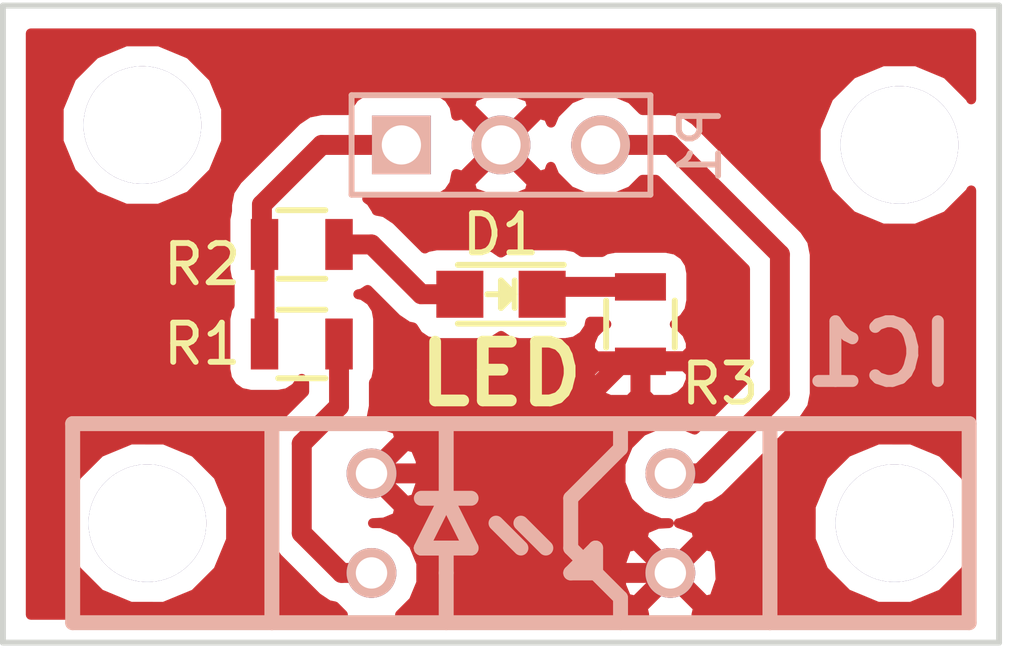
<source format=kicad_pcb>
(kicad_pcb (version 4) (host pcbnew 4.0.1-stable)

  (general
    (links 9)
    (no_connects 0)
    (area 136.576999 100.508999 162.127001 116.915001)
    (thickness 1.6)
    (drawings 5)
    (tracks 34)
    (zones 0)
    (modules 10)
    (nets 11)
  )

  (page A4)
  (layers
    (0 F.Cu signal)
    (31 B.Cu signal)
    (32 B.Adhes user)
    (33 F.Adhes user)
    (34 B.Paste user)
    (35 F.Paste user)
    (36 B.SilkS user)
    (37 F.SilkS user)
    (38 B.Mask user)
    (39 F.Mask user)
    (40 Dwgs.User user)
    (41 Cmts.User user)
    (42 Eco1.User user)
    (43 Eco2.User user)
    (44 Edge.Cuts user)
    (45 Margin user)
    (46 B.CrtYd user)
    (47 F.CrtYd user)
    (48 B.Fab user)
    (49 F.Fab user)
  )

  (setup
    (last_trace_width 0.508)
    (user_trace_width 0.381)
    (user_trace_width 0.508)
    (trace_clearance 0.2)
    (zone_clearance 0.508)
    (zone_45_only no)
    (trace_min 0.2)
    (segment_width 0.2)
    (edge_width 0.15)
    (via_size 0.6)
    (via_drill 0.4)
    (via_min_size 0.4)
    (via_min_drill 0.3)
    (user_via 1.016 0.762)
    (uvia_size 0.3)
    (uvia_drill 0.1)
    (uvias_allowed no)
    (uvia_min_size 0.2)
    (uvia_min_drill 0.1)
    (pcb_text_width 0.3)
    (pcb_text_size 1.5 1.5)
    (mod_edge_width 0.15)
    (mod_text_size 0.000001 0.000001)
    (mod_text_width 0.15)
    (pad_size 1.4 1.4)
    (pad_drill 0.6)
    (pad_to_mask_clearance 0.2)
    (aux_axis_origin 0 0)
    (visible_elements FFFFFF7F)
    (pcbplotparams
      (layerselection 0x00030_80000001)
      (usegerberextensions false)
      (excludeedgelayer true)
      (linewidth 0.100000)
      (plotframeref false)
      (viasonmask false)
      (mode 1)
      (useauxorigin false)
      (hpglpennumber 1)
      (hpglpenspeed 20)
      (hpglpendiameter 15)
      (hpglpenoverlay 2)
      (psnegative false)
      (psa4output false)
      (plotreference true)
      (plotvalue true)
      (plotinvisibletext false)
      (padsonsilk false)
      (subtractmaskfromsilk false)
      (outputformat 1)
      (mirror false)
      (drillshape 1)
      (scaleselection 1)
      (outputdirectory ""))
  )

  (net 0 "")
  (net 1 "Net-(D1-Pad2)")
  (net 2 "Net-(D1-Pad1)")
  (net 3 /GND)
  (net 4 /Sig)
  (net 5 "Net-(IC1-PadA/+)")
  (net 6 /Vcc)
  (net 7 "Net-(W1-Pad1)")
  (net 8 "Net-(W2-Pad1)")
  (net 9 "Net-(W3-Pad1)")
  (net 10 "Net-(W4-Pad1)")

  (net_class Default "This is the default net class."
    (clearance 0.2)
    (trace_width 0.25)
    (via_dia 0.6)
    (via_drill 0.4)
    (uvia_dia 0.3)
    (uvia_drill 0.1)
    (add_net /GND)
    (add_net /Sig)
    (add_net /Vcc)
    (add_net "Net-(D1-Pad1)")
    (add_net "Net-(D1-Pad2)")
    (add_net "Net-(IC1-PadA/+)")
    (add_net "Net-(W1-Pad1)")
    (add_net "Net-(W2-Pad1)")
    (add_net "Net-(W3-Pad1)")
    (add_net "Net-(W4-Pad1)")
  )

  (module LEDs:LED_0805 (layer F.Cu) (tedit 56F83955) (tstamp 56F6E8DD)
    (at 149.352 107.95 180)
    (descr "LED 0805 smd package")
    (tags "LED 0805 SMD")
    (path /56F4CBBD)
    (attr smd)
    (fp_text reference D1 (at 0 1.524 180) (layer F.SilkS)
      (effects (font (size 1 1) (thickness 0.15)))
    )
    (fp_text value LED (at 0 1.75 180) (layer F.Fab) hide
      (effects (font (size 1 1) (thickness 0.15)))
    )
    (fp_line (start -1.6 0.75) (end 1.1 0.75) (layer F.SilkS) (width 0.15))
    (fp_line (start -1.6 -0.75) (end 1.1 -0.75) (layer F.SilkS) (width 0.15))
    (fp_line (start -0.1 0.15) (end -0.1 -0.1) (layer F.SilkS) (width 0.15))
    (fp_line (start -0.1 -0.1) (end -0.25 0.05) (layer F.SilkS) (width 0.15))
    (fp_line (start -0.35 -0.35) (end -0.35 0.35) (layer F.SilkS) (width 0.15))
    (fp_line (start 0 0) (end 0.35 0) (layer F.SilkS) (width 0.15))
    (fp_line (start -0.35 0) (end 0 -0.35) (layer F.SilkS) (width 0.15))
    (fp_line (start 0 -0.35) (end 0 0.35) (layer F.SilkS) (width 0.15))
    (fp_line (start 0 0.35) (end -0.35 0) (layer F.SilkS) (width 0.15))
    (fp_line (start 1.9 -0.95) (end 1.9 0.95) (layer F.CrtYd) (width 0.05))
    (fp_line (start 1.9 0.95) (end -1.9 0.95) (layer F.CrtYd) (width 0.05))
    (fp_line (start -1.9 0.95) (end -1.9 -0.95) (layer F.CrtYd) (width 0.05))
    (fp_line (start -1.9 -0.95) (end 1.9 -0.95) (layer F.CrtYd) (width 0.05))
    (pad 2 smd rect (at 1.04902 0) (size 1.19888 1.19888) (layers F.Cu F.Paste F.Mask)
      (net 1 "Net-(D1-Pad2)"))
    (pad 1 smd rect (at -1.04902 0) (size 1.19888 1.19888) (layers F.Cu F.Paste F.Mask)
      (net 2 "Net-(D1-Pad1)"))
    (model LEDs.3dshapes/LED_0805.wrl
      (at (xyz 0 0 0))
      (scale (xyz 1 1 1))
      (rotate (xyz 0 0 0))
    )
  )

  (module optoendstops:TCST1103-2103 (layer B.Cu) (tedit 56F83A06) (tstamp 56F6E909)
    (at 149.86 113.792)
    (descr Optoendstops)
    (path /56F4CBEF)
    (fp_text reference IC1 (at 9.144 -4.318) (layer B.SilkS)
      (effects (font (thickness 0.3048)) (justify mirror))
    )
    (fp_text value OPTO-ENDSTOP (at 0 -6.35) (layer B.SilkS) hide
      (effects (font (thickness 0.3048)) (justify mirror))
    )
    (fp_line (start 2.54 1.905) (end 2.54 2.54) (layer B.SilkS) (width 0.381))
    (fp_line (start 1.905 1.27) (end 1.27 1.27) (layer B.SilkS) (width 0.381))
    (fp_line (start 1.27 1.27) (end 1.905 0.635) (layer B.SilkS) (width 0.381))
    (fp_line (start 1.905 0.635) (end 1.905 1.27) (layer B.SilkS) (width 0.381))
    (fp_line (start 0 0) (end 0.635 0.635) (layer B.SilkS) (width 0.381))
    (fp_line (start -0.635 0) (end 0 0.635) (layer B.SilkS) (width 0.381))
    (fp_line (start -2.54 -0.635) (end -1.27 -0.635) (layer B.SilkS) (width 0.381))
    (fp_line (start -1.905 2.54) (end -1.905 1.27) (layer B.SilkS) (width 0.381))
    (fp_line (start -1.905 1.27) (end -1.905 0.635) (layer B.SilkS) (width 0.381))
    (fp_line (start -1.905 0.635) (end -2.54 0.635) (layer B.SilkS) (width 0.381))
    (fp_line (start -2.54 0.635) (end -1.27 0.635) (layer B.SilkS) (width 0.381))
    (fp_line (start -1.27 0.635) (end -1.905 -0.635) (layer B.SilkS) (width 0.381))
    (fp_line (start -1.905 -0.635) (end -2.54 0.635) (layer B.SilkS) (width 0.381))
    (fp_line (start -2.54 0.635) (end -1.905 -0.635) (layer B.SilkS) (width 0.381))
    (fp_line (start -1.905 -0.635) (end -1.905 -2.54) (layer B.SilkS) (width 0.381))
    (fp_line (start 2.54 -2.54) (end 2.54 -1.905) (layer B.SilkS) (width 0.381))
    (fp_line (start 2.54 -1.905) (end 1.905 -1.27) (layer B.SilkS) (width 0.381))
    (fp_line (start 1.905 -1.27) (end 1.27 -0.635) (layer B.SilkS) (width 0.381))
    (fp_line (start 1.27 -0.635) (end 1.27 0.635) (layer B.SilkS) (width 0.381))
    (fp_line (start 1.27 0.635) (end 2.54 1.905) (layer B.SilkS) (width 0.381))
    (fp_line (start 6.35 2.54) (end 11.43 2.54) (layer B.SilkS) (width 0.381))
    (fp_line (start 11.43 2.54) (end 11.43 -2.54) (layer B.SilkS) (width 0.381))
    (fp_line (start 11.43 -2.54) (end 6.35 -2.54) (layer B.SilkS) (width 0.381))
    (fp_line (start -11.43 2.54) (end -6.35 2.54) (layer B.SilkS) (width 0.381))
    (fp_line (start -11.43 2.54) (end -11.43 -2.54) (layer B.SilkS) (width 0.381))
    (fp_line (start -11.43 -2.54) (end -6.35 -2.54) (layer B.SilkS) (width 0.381))
    (fp_circle (center -9.525 0) (end -9.525 -1.27) (layer B.SilkS) (width 0.381))
    (fp_circle (center 9.525 0) (end 9.525 -1.27) (layer B.SilkS) (width 0.381))
    (fp_line (start -6.35 2.54) (end 6.35 2.54) (layer B.SilkS) (width 0.381))
    (fp_line (start 6.35 2.54) (end 6.35 -2.54) (layer B.SilkS) (width 0.381))
    (fp_line (start 6.35 -2.54) (end -6.35 -2.54) (layer B.SilkS) (width 0.381))
    (fp_line (start -6.35 -2.54) (end -6.35 2.54) (layer B.SilkS) (width 0.381))
    (fp_text user A-diode (at -3.81 3.81) (layer B.SilkS) hide
      (effects (font (size 0.50038 0.50038) (thickness 0.09906)) (justify mirror))
    )
    (fp_text user K_diode (at -3.81 -3.81) (layer B.SilkS) hide
      (effects (font (size 0.50038 0.50038) (thickness 0.09906)) (justify mirror))
    )
    (fp_text user E_rcv (at 3.81 3.81) (layer B.SilkS) hide
      (effects (font (size 0.50038 0.50038) (thickness 0.09906)) (justify mirror))
    )
    (fp_text user C_rcv (at 3.81 -3.81) (layer B.SilkS) hide
      (effects (font (size 0.50038 0.50038) (thickness 0.09906)) (justify mirror))
    )
    (pad E/D thru_hole circle (at 3.81 1.27) (size 1.27 1.27) (drill 0.8) (layers *.Cu *.Mask B.SilkS)
      (net 3 /GND))
    (pad C/+ thru_hole circle (at 3.81 -1.27) (size 1.27 1.27) (drill 0.8) (layers *.Cu *.Mask B.SilkS)
      (net 4 /Sig))
    (pad K/E thru_hole circle (at -3.81 -1.27) (size 1.27 1.27) (drill 0.8) (layers *.Cu *.Mask B.SilkS)
      (net 3 /GND))
    (pad A/+ thru_hole circle (at -3.81 1.27) (size 1.27 1.27) (drill 0.8) (layers *.Cu *.Mask B.SilkS)
      (net 5 "Net-(IC1-PadA/+)"))
    (model Custom.3dshapes/tcst2103.wrl
      (at (xyz 0 0 0))
      (scale (xyz 0.4 0.4 0.4))
      (rotate (xyz 0 0 0))
    )
  )

  (module RMC_pcb_header:pin_header_2.54mm_1x3 (layer B.Cu) (tedit 56F6E93E) (tstamp 56F6E914)
    (at 149.352 104.14)
    (path /56F4CC2F)
    (fp_text reference P1 (at 5.08 0 270) (layer B.SilkS)
      (effects (font (size 1 1) (thickness 0.15)) (justify mirror))
    )
    (fp_text value CONN_01X03 (at 0 2.54) (layer B.SilkS) hide
      (effects (font (size 1 1) (thickness 0.15)) (justify mirror))
    )
    (fp_line (start 3.81 1.27) (end -3.81 1.27) (layer B.SilkS) (width 0.15))
    (fp_line (start -3.81 1.27) (end -3.81 -1.27) (layer B.SilkS) (width 0.15))
    (fp_line (start -3.81 -1.27) (end 3.81 -1.27) (layer B.SilkS) (width 0.15))
    (fp_line (start 3.81 -1.27) (end 3.81 1.27) (layer B.SilkS) (width 0.15))
    (pad 1 thru_hole rect (at -2.54 0) (size 1.5 1.5) (drill 1) (layers *.Cu *.Mask B.SilkS)
      (net 6 /Vcc))
    (pad 2 thru_hole circle (at 0 0) (size 1.5 1.5) (drill 1) (layers *.Cu *.Mask B.SilkS)
      (net 3 /GND))
    (pad 3 thru_hole circle (at 2.54 0) (size 1.5 1.5) (drill 1) (layers *.Cu *.Mask B.SilkS)
      (net 4 /Sig))
    (model Pin_Headers.3dshapes/Pin_Header_Straight_1x03.wrl
      (at (xyz 0 0 0))
      (scale (xyz 1 1 1))
      (rotate (xyz 0 0 0))
    )
  )

  (module Resistors_SMD:R_0805 (layer F.Cu) (tedit 56F6E923) (tstamp 56F6E920)
    (at 144.272 109.22)
    (descr "Resistor SMD 0805, reflow soldering, Vishay (see dcrcw.pdf)")
    (tags "resistor 0805")
    (path /56F4CB8C)
    (attr smd)
    (fp_text reference R1 (at -2.54 0) (layer F.SilkS)
      (effects (font (size 1 1) (thickness 0.15)))
    )
    (fp_text value 180R (at 0 2.1) (layer F.Fab) hide
      (effects (font (size 1 1) (thickness 0.15)))
    )
    (fp_line (start -1.6 -1) (end 1.6 -1) (layer F.CrtYd) (width 0.05))
    (fp_line (start -1.6 1) (end 1.6 1) (layer F.CrtYd) (width 0.05))
    (fp_line (start -1.6 -1) (end -1.6 1) (layer F.CrtYd) (width 0.05))
    (fp_line (start 1.6 -1) (end 1.6 1) (layer F.CrtYd) (width 0.05))
    (fp_line (start 0.6 0.875) (end -0.6 0.875) (layer F.SilkS) (width 0.15))
    (fp_line (start -0.6 -0.875) (end 0.6 -0.875) (layer F.SilkS) (width 0.15))
    (pad 1 smd rect (at -0.95 0) (size 0.7 1.3) (layers F.Cu F.Paste F.Mask)
      (net 6 /Vcc))
    (pad 2 smd rect (at 0.95 0) (size 0.7 1.3) (layers F.Cu F.Paste F.Mask)
      (net 5 "Net-(IC1-PadA/+)"))
    (model Resistors_SMD.3dshapes/R_0805.wrl
      (at (xyz 0 0 0))
      (scale (xyz 1 1 1))
      (rotate (xyz 0 0 0))
    )
  )

  (module Resistors_SMD:R_0805 (layer F.Cu) (tedit 56F83A11) (tstamp 56F6E92C)
    (at 144.272 106.68)
    (descr "Resistor SMD 0805, reflow soldering, Vishay (see dcrcw.pdf)")
    (tags "resistor 0805")
    (path /56F4CB5F)
    (attr smd)
    (fp_text reference R2 (at -2.54 0.508) (layer F.SilkS)
      (effects (font (size 1 1) (thickness 0.15)))
    )
    (fp_text value 1K (at 0 2.1) (layer F.Fab) hide
      (effects (font (size 1 1) (thickness 0.15)))
    )
    (fp_line (start -1.6 -1) (end 1.6 -1) (layer F.CrtYd) (width 0.05))
    (fp_line (start -1.6 1) (end 1.6 1) (layer F.CrtYd) (width 0.05))
    (fp_line (start -1.6 -1) (end -1.6 1) (layer F.CrtYd) (width 0.05))
    (fp_line (start 1.6 -1) (end 1.6 1) (layer F.CrtYd) (width 0.05))
    (fp_line (start 0.6 0.875) (end -0.6 0.875) (layer F.SilkS) (width 0.15))
    (fp_line (start -0.6 -0.875) (end 0.6 -0.875) (layer F.SilkS) (width 0.15))
    (pad 1 smd rect (at -0.95 0) (size 0.7 1.3) (layers F.Cu F.Paste F.Mask)
      (net 6 /Vcc))
    (pad 2 smd rect (at 0.95 0) (size 0.7 1.3) (layers F.Cu F.Paste F.Mask)
      (net 1 "Net-(D1-Pad2)"))
    (model Resistors_SMD.3dshapes/R_0805.wrl
      (at (xyz 0 0 0))
      (scale (xyz 1 1 1))
      (rotate (xyz 0 0 0))
    )
  )

  (module Resistors_SMD:R_0805 (layer F.Cu) (tedit 56F839A8) (tstamp 56F6E938)
    (at 152.908 108.712 90)
    (descr "Resistor SMD 0805, reflow soldering, Vishay (see dcrcw.pdf)")
    (tags "resistor 0805")
    (path /56F4CB27)
    (attr smd)
    (fp_text reference R3 (at -1.524 2.032 180) (layer F.SilkS)
      (effects (font (size 1 1) (thickness 0.15)))
    )
    (fp_text value 2.2K (at 0 2.1 90) (layer F.Fab) hide
      (effects (font (size 1 1) (thickness 0.15)))
    )
    (fp_line (start -1.6 -1) (end 1.6 -1) (layer F.CrtYd) (width 0.05))
    (fp_line (start -1.6 1) (end 1.6 1) (layer F.CrtYd) (width 0.05))
    (fp_line (start -1.6 -1) (end -1.6 1) (layer F.CrtYd) (width 0.05))
    (fp_line (start 1.6 -1) (end 1.6 1) (layer F.CrtYd) (width 0.05))
    (fp_line (start 0.6 0.875) (end -0.6 0.875) (layer F.SilkS) (width 0.15))
    (fp_line (start -0.6 -0.875) (end 0.6 -0.875) (layer F.SilkS) (width 0.15))
    (pad 1 smd rect (at -0.95 0 90) (size 0.7 1.3) (layers F.Cu F.Paste F.Mask)
      (net 3 /GND))
    (pad 2 smd rect (at 0.95 0 90) (size 0.7 1.3) (layers F.Cu F.Paste F.Mask)
      (net 2 "Net-(D1-Pad1)"))
    (model Resistors_SMD.3dshapes/R_0805.wrl
      (at (xyz 0 0 0))
      (scale (xyz 1 1 1))
      (rotate (xyz 0 0 0))
    )
  )

  (module Mounting_Holes:MountingHole_3mm (layer F.Cu) (tedit 56F6E8D3) (tstamp 56F6E93E)
    (at 140.335 113.792)
    (descr "Mounting hole, Befestigungsbohrung, 3mm, No Annular, Kein Restring,")
    (tags "Mounting hole, Befestigungsbohrung, 3mm, No Annular, Kein Restring,")
    (path /56F4CCAB)
    (fp_text reference W1 (at 0 -4.0005) (layer F.SilkS) hide
      (effects (font (size 1 1) (thickness 0.15)))
    )
    (fp_text value TEST_1P (at 1.00076 5.00126) (layer F.Fab) hide
      (effects (font (size 1 1) (thickness 0.15)))
    )
    (fp_circle (center 0 0) (end 3 0) (layer Cmts.User) (width 0.381))
    (pad 1 thru_hole circle (at 0 0) (size 3 3) (drill 3) (layers)
      (net 7 "Net-(W1-Pad1)"))
  )

  (module Mounting_Holes:MountingHole_3mm (layer F.Cu) (tedit 56F6E8E1) (tstamp 56F6E944)
    (at 159.385 113.792)
    (descr "Mounting hole, Befestigungsbohrung, 3mm, No Annular, Kein Restring,")
    (tags "Mounting hole, Befestigungsbohrung, 3mm, No Annular, Kein Restring,")
    (path /56F4CC6C)
    (fp_text reference W2 (at 0 -4.0005) (layer F.SilkS) hide
      (effects (font (size 1 1) (thickness 0.15)))
    )
    (fp_text value TEST_1P (at 1.00076 5.00126) (layer F.Fab) hide
      (effects (font (size 1 1) (thickness 0.15)))
    )
    (fp_circle (center 0 0) (end 3 0) (layer Cmts.User) (width 0.381))
    (pad 1 thru_hole circle (at 0 0) (size 3 3) (drill 3) (layers)
      (net 8 "Net-(W2-Pad1)"))
  )

  (module Mounting_Holes:MountingHole_3mm (layer F.Cu) (tedit 56F6E8E6) (tstamp 56F6E94A)
    (at 159.512 104.14)
    (descr "Mounting hole, Befestigungsbohrung, 3mm, No Annular, Kein Restring,")
    (tags "Mounting hole, Befestigungsbohrung, 3mm, No Annular, Kein Restring,")
    (path /56F4D2CB)
    (fp_text reference W3 (at 0 -4.0005) (layer F.SilkS) hide
      (effects (font (size 1 1) (thickness 0.15)))
    )
    (fp_text value TEST_1P (at 1.00076 5.00126) (layer F.Fab) hide
      (effects (font (size 1 1) (thickness 0.15)))
    )
    (fp_circle (center 0 0) (end 3 0) (layer Cmts.User) (width 0.381))
    (pad 1 thru_hole circle (at 0 0) (size 3 3) (drill 3) (layers)
      (net 9 "Net-(W3-Pad1)"))
  )

  (module Mounting_Holes:MountingHole_3mm (layer F.Cu) (tedit 56F6E8EA) (tstamp 56F6E950)
    (at 140.208 103.632)
    (descr "Mounting hole, Befestigungsbohrung, 3mm, No Annular, Kein Restring,")
    (tags "Mounting hole, Befestigungsbohrung, 3mm, No Annular, Kein Restring,")
    (path /56F4D308)
    (fp_text reference W4 (at 0 -4.0005) (layer F.SilkS) hide
      (effects (font (size 1 1) (thickness 0.15)))
    )
    (fp_text value TEST_1P (at 1.00076 5.00126) (layer F.Fab) hide
      (effects (font (size 1 1) (thickness 0.15)))
    )
    (fp_circle (center 0 0) (end 3 0) (layer Cmts.User) (width 0.381))
    (pad 1 thru_hole circle (at 0 0) (size 3 3) (drill 3) (layers)
      (net 10 "Net-(W4-Pad1)"))
  )

  (gr_text LED (at 149.352 109.982) (layer F.SilkS)
    (effects (font (size 1.5 1.5) (thickness 0.3)))
  )
  (gr_line (start 136.652 116.84) (end 136.652 100.584) (angle 90) (layer Edge.Cuts) (width 0.15))
  (gr_line (start 162.052 116.84) (end 136.652 116.84) (angle 90) (layer Edge.Cuts) (width 0.15))
  (gr_line (start 162.052 100.584) (end 162.052 116.84) (angle 90) (layer Edge.Cuts) (width 0.15))
  (gr_line (start 136.652 100.584) (end 162.052 100.584) (angle 90) (layer Edge.Cuts) (width 0.15))

  (segment (start 145.222 106.68) (end 146.05 106.68) (width 0.508) (layer F.Cu) (net 1) (status 400000))
  (segment (start 147.32 107.95) (end 148.30298 107.95) (width 0.508) (layer F.Cu) (net 1) (tstamp 56F839DF) (status 800000))
  (segment (start 146.05 106.68) (end 147.32 107.95) (width 0.508) (layer F.Cu) (net 1) (tstamp 56F839DE))
  (segment (start 152.908 107.762) (end 150.58902 107.762) (width 0.508) (layer F.Cu) (net 2) (status C00000))
  (segment (start 150.58902 107.762) (end 150.40102 107.95) (width 0.508) (layer F.Cu) (net 2) (tstamp 56F839C5) (status C00000))
  (segment (start 150.65502 107.696) (end 150.40102 107.95) (width 0.508) (layer F.Cu) (net 2) (tstamp 56F8399A))
  (segment (start 152.908 109.662) (end 152.466 109.662) (width 0.508) (layer F.Cu) (net 3) (status C00000))
  (segment (start 152.466 109.662) (end 149.86 112.268) (width 0.508) (layer F.Cu) (net 3) (tstamp 56F839D7) (status 400000))
  (segment (start 149.86 112.268) (end 149.86 114.554) (width 0.508) (layer F.Cu) (net 3) (tstamp 56F839D8))
  (segment (start 152.908 109.662) (end 154.244 109.662) (width 0.508) (layer F.Cu) (net 3) (status 400000))
  (segment (start 151.13 105.918) (end 149.352 104.14) (width 0.508) (layer F.Cu) (net 3) (tstamp 56F839D4) (status 800000))
  (segment (start 153.416 105.918) (end 151.13 105.918) (width 0.508) (layer F.Cu) (net 3) (tstamp 56F839D3))
  (segment (start 154.686 107.188) (end 153.416 105.918) (width 0.508) (layer F.Cu) (net 3) (tstamp 56F839D2))
  (segment (start 154.686 109.22) (end 154.686 107.188) (width 0.508) (layer F.Cu) (net 3) (tstamp 56F839D1))
  (segment (start 154.244 109.662) (end 154.686 109.22) (width 0.508) (layer F.Cu) (net 3) (tstamp 56F839D0))
  (segment (start 146.05 112.522) (end 147.828 112.522) (width 0.508) (layer F.Cu) (net 3))
  (segment (start 150.368 115.062) (end 153.924 115.062) (width 0.508) (layer F.Cu) (net 3) (tstamp 56F83935))
  (segment (start 147.828 112.522) (end 149.86 114.554) (width 0.508) (layer F.Cu) (net 3) (tstamp 56F83933))
  (segment (start 149.86 114.554) (end 150.368 115.062) (width 0.508) (layer F.Cu) (net 3) (tstamp 56F839DC))
  (segment (start 151.892 104.14) (end 153.67 104.14) (width 0.508) (layer F.Cu) (net 4) (status 400000))
  (segment (start 154.432 112.522) (end 153.67 112.522) (width 0.508) (layer F.Cu) (net 4) (tstamp 56F839CD) (status 800000))
  (segment (start 156.464 110.49) (end 154.432 112.522) (width 0.508) (layer F.Cu) (net 4) (tstamp 56F839CB))
  (segment (start 156.464 106.934) (end 156.464 110.49) (width 0.508) (layer F.Cu) (net 4) (tstamp 56F839C9))
  (segment (start 153.67 104.14) (end 156.464 106.934) (width 0.508) (layer F.Cu) (net 4) (tstamp 56F839C8))
  (segment (start 146.05 115.062) (end 145.288 115.062) (width 0.508) (layer F.Cu) (net 5))
  (segment (start 145.222 110.81) (end 145.222 109.22) (width 0.508) (layer F.Cu) (net 5) (tstamp 56F8391E))
  (segment (start 144.272 111.76) (end 145.222 110.81) (width 0.508) (layer F.Cu) (net 5) (tstamp 56F8391D))
  (segment (start 144.272 114.046) (end 144.272 111.76) (width 0.508) (layer F.Cu) (net 5) (tstamp 56F8391B))
  (segment (start 145.288 115.062) (end 144.272 114.046) (width 0.508) (layer F.Cu) (net 5) (tstamp 56F8391A))
  (segment (start 143.322 109.22) (end 143.322 106.68) (width 0.508) (layer F.Cu) (net 6))
  (segment (start 143.322 106.68) (end 143.256 106.614) (width 0.508) (layer F.Cu) (net 6) (tstamp 56F83924))
  (segment (start 143.256 106.614) (end 143.256 105.664) (width 0.508) (layer F.Cu) (net 6) (tstamp 56F83926))
  (segment (start 143.256 105.664) (end 144.78 104.14) (width 0.508) (layer F.Cu) (net 6) (tstamp 56F83929))
  (segment (start 144.78 104.14) (end 146.812 104.14) (width 0.508) (layer F.Cu) (net 6) (tstamp 56F8392A))

  (zone (net 3) (net_name /GND) (layer F.Cu) (tstamp 56F6ECD2) (hatch edge 0.508)
    (connect_pads (clearance 0.508))
    (min_thickness 0.254)
    (fill yes (arc_segments 16) (thermal_gap 0.508) (thermal_bridge_width 0.508))
    (polygon
      (pts
        (xy 161.544 116.332) (xy 137.16 116.332) (xy 137.16 101.092) (xy 161.544 101.092) (xy 161.544 116.332)
      )
    )
    (filled_polygon
      (pts
        (xy 161.342 102.978135) (xy 161.32302 102.9322) (xy 160.722959 102.331091) (xy 159.938541 102.005372) (xy 159.089185 102.00463)
        (xy 158.3042 102.32898) (xy 157.703091 102.929041) (xy 157.377372 103.713459) (xy 157.37663 104.562815) (xy 157.70098 105.3478)
        (xy 158.301041 105.948909) (xy 159.085459 106.274628) (xy 159.934815 106.27537) (xy 160.7198 105.95102) (xy 161.320909 105.350959)
        (xy 161.342 105.300166) (xy 161.342 112.937498) (xy 161.19602 112.5842) (xy 160.595959 111.983091) (xy 159.811541 111.657372)
        (xy 158.962185 111.65663) (xy 158.1772 111.98098) (xy 157.576091 112.581041) (xy 157.250372 113.365459) (xy 157.24963 114.214815)
        (xy 157.57398 114.9998) (xy 158.174041 115.600909) (xy 158.958459 115.926628) (xy 159.807815 115.92737) (xy 160.5928 115.60302)
        (xy 161.193909 115.002959) (xy 161.342 114.646316) (xy 161.342 116.13) (xy 154.336255 116.13) (xy 154.378528 115.950133)
        (xy 153.67 115.241605) (xy 152.961472 115.950133) (xy 153.003745 116.13) (xy 146.777756 116.13) (xy 147.126026 115.782337)
        (xy 147.319779 115.315727) (xy 147.320155 114.884664) (xy 152.387319 114.884664) (xy 152.417094 115.389023) (xy 152.552821 115.716697)
        (xy 152.781867 115.770528) (xy 153.490395 115.062) (xy 153.849605 115.062) (xy 154.558133 115.770528) (xy 154.787179 115.716697)
        (xy 154.952681 115.239336) (xy 154.922906 114.734977) (xy 154.787179 114.407303) (xy 154.558133 114.353472) (xy 153.849605 115.062)
        (xy 153.490395 115.062) (xy 152.781867 114.353472) (xy 152.552821 114.407303) (xy 152.387319 114.884664) (xy 147.320155 114.884664)
        (xy 147.32022 114.81049) (xy 147.127282 114.343542) (xy 146.770337 113.985974) (xy 146.303727 113.792221) (xy 146.086929 113.792032)
        (xy 146.377023 113.774906) (xy 146.704697 113.639179) (xy 146.758528 113.410133) (xy 146.05 112.701605) (xy 146.035858 112.715748)
        (xy 145.856253 112.536143) (xy 145.870395 112.522) (xy 146.229605 112.522) (xy 146.938133 113.230528) (xy 147.167179 113.176697)
        (xy 147.332681 112.699336) (xy 147.302906 112.194977) (xy 147.167179 111.867303) (xy 146.938133 111.813472) (xy 146.229605 112.522)
        (xy 145.870395 112.522) (xy 145.856253 112.507858) (xy 146.035858 112.328253) (xy 146.05 112.342395) (xy 146.758528 111.633867)
        (xy 146.704697 111.404821) (xy 146.227336 111.239319) (xy 145.973784 111.254288) (xy 146.043329 111.150206) (xy 146.111 110.81)
        (xy 146.111 110.205943) (xy 146.168431 110.12189) (xy 146.203695 109.94775) (xy 151.623 109.94775) (xy 151.623 110.138309)
        (xy 151.719673 110.371698) (xy 151.898301 110.550327) (xy 152.13169 110.647) (xy 152.62225 110.647) (xy 152.781 110.48825)
        (xy 152.781 109.789) (xy 153.035 109.789) (xy 153.035 110.48825) (xy 153.19375 110.647) (xy 153.68431 110.647)
        (xy 153.917699 110.550327) (xy 154.096327 110.371698) (xy 154.193 110.138309) (xy 154.193 109.94775) (xy 154.03425 109.789)
        (xy 153.035 109.789) (xy 152.781 109.789) (xy 151.78175 109.789) (xy 151.623 109.94775) (xy 146.203695 109.94775)
        (xy 146.21944 109.87) (xy 146.21944 108.57) (xy 146.175162 108.334683) (xy 146.03609 108.118559) (xy 145.82389 107.973569)
        (xy 145.712477 107.951007) (xy 145.807317 107.933162) (xy 145.952502 107.839738) (xy 146.691382 108.578618) (xy 146.979794 108.771329)
        (xy 147.108169 108.796864) (xy 147.23945 109.000881) (xy 147.45165 109.145871) (xy 147.70354 109.19688) (xy 148.90242 109.19688)
        (xy 149.137737 109.152602) (xy 149.353861 109.01353) (xy 149.354543 109.012533) (xy 149.54969 109.145871) (xy 149.80158 109.19688)
        (xy 151.00046 109.19688) (xy 151.235777 109.152602) (xy 151.451901 109.01353) (xy 151.596891 108.80133) (xy 151.627334 108.651)
        (xy 151.922057 108.651) (xy 152.00611 108.708431) (xy 152.03949 108.715191) (xy 151.898301 108.773673) (xy 151.719673 108.952302)
        (xy 151.623 109.185691) (xy 151.623 109.37625) (xy 151.78175 109.535) (xy 152.781 109.535) (xy 152.781 109.515)
        (xy 153.035 109.515) (xy 153.035 109.535) (xy 154.03425 109.535) (xy 154.193 109.37625) (xy 154.193 109.185691)
        (xy 154.096327 108.952302) (xy 153.917699 108.773673) (xy 153.781713 108.717346) (xy 153.793317 108.715162) (xy 154.009441 108.57609)
        (xy 154.154431 108.36389) (xy 154.20544 108.112) (xy 154.20544 107.412) (xy 154.161162 107.176683) (xy 154.02209 106.960559)
        (xy 153.80989 106.815569) (xy 153.558 106.76456) (xy 152.258 106.76456) (xy 152.022683 106.808838) (xy 151.922972 106.873)
        (xy 151.426324 106.873) (xy 151.25235 106.754129) (xy 151.00046 106.70312) (xy 149.80158 106.70312) (xy 149.566263 106.747398)
        (xy 149.350139 106.88647) (xy 149.349457 106.887467) (xy 149.15431 106.754129) (xy 148.90242 106.70312) (xy 147.70354 106.70312)
        (xy 147.468223 106.747398) (xy 147.411277 106.784041) (xy 146.678618 106.051382) (xy 146.646618 106.03) (xy 146.390206 105.858671)
        (xy 146.179309 105.816721) (xy 146.175162 105.794683) (xy 146.03609 105.578559) (xy 145.939648 105.512663) (xy 146.062 105.53744)
        (xy 147.562 105.53744) (xy 147.797317 105.493162) (xy 148.013441 105.35409) (xy 148.158431 105.14189) (xy 148.164581 105.111517)
        (xy 148.560088 105.111517) (xy 148.628077 105.35246) (xy 149.147171 105.537201) (xy 149.697448 105.50923) (xy 150.075923 105.35246)
        (xy 150.143912 105.111517) (xy 149.352 104.319605) (xy 148.560088 105.111517) (xy 148.164581 105.111517) (xy 148.20944 104.89)
        (xy 148.20944 104.883647) (xy 148.380483 104.931912) (xy 149.172395 104.14) (xy 149.531605 104.14) (xy 150.323517 104.931912)
        (xy 150.56446 104.863923) (xy 150.623732 104.697379) (xy 150.717169 104.923515) (xy 151.106436 105.313461) (xy 151.615298 105.524759)
        (xy 152.166285 105.52524) (xy 152.675515 105.314831) (xy 152.961845 105.029) (xy 153.301764 105.029) (xy 155.575 107.302236)
        (xy 155.575 110.121764) (xy 154.291734 111.40503) (xy 153.923727 111.252221) (xy 153.41849 111.25178) (xy 152.951542 111.444718)
        (xy 152.593974 111.801663) (xy 152.400221 112.268273) (xy 152.39978 112.77351) (xy 152.592718 113.240458) (xy 152.949663 113.598026)
        (xy 153.416273 113.791779) (xy 153.633071 113.791968) (xy 153.342977 113.809094) (xy 153.015303 113.944821) (xy 152.961472 114.173867)
        (xy 153.67 114.882395) (xy 154.378528 114.173867) (xy 154.324697 113.944821) (xy 153.884453 113.792188) (xy 153.92151 113.79222)
        (xy 154.388458 113.599282) (xy 154.613168 113.374964) (xy 154.772206 113.343329) (xy 155.060618 113.150618) (xy 157.092618 111.118618)
        (xy 157.285329 110.830206) (xy 157.353 110.49) (xy 157.353 106.934) (xy 157.285329 106.593794) (xy 157.092618 106.305382)
        (xy 154.298618 103.511382) (xy 154.116957 103.39) (xy 154.010206 103.318671) (xy 153.67 103.251) (xy 152.96153 103.251)
        (xy 152.677564 102.966539) (xy 152.168702 102.755241) (xy 151.617715 102.75476) (xy 151.108485 102.965169) (xy 150.718539 103.354436)
        (xy 150.628623 103.570979) (xy 150.56446 103.416077) (xy 150.323517 103.348088) (xy 149.531605 104.14) (xy 149.172395 104.14)
        (xy 148.380483 103.348088) (xy 148.20944 103.396353) (xy 148.20944 103.39) (xy 148.167759 103.168483) (xy 148.560088 103.168483)
        (xy 149.352 103.960395) (xy 150.143912 103.168483) (xy 150.075923 102.92754) (xy 149.556829 102.742799) (xy 149.006552 102.77077)
        (xy 148.628077 102.92754) (xy 148.560088 103.168483) (xy 148.167759 103.168483) (xy 148.165162 103.154683) (xy 148.02609 102.938559)
        (xy 147.81389 102.793569) (xy 147.562 102.74256) (xy 146.062 102.74256) (xy 145.826683 102.786838) (xy 145.610559 102.92591)
        (xy 145.465569 103.13811) (xy 145.442708 103.251) (xy 144.78 103.251) (xy 144.439794 103.318671) (xy 144.151382 103.511382)
        (xy 142.627382 105.035382) (xy 142.434671 105.323794) (xy 142.367 105.664) (xy 142.367 105.820425) (xy 142.32456 106.03)
        (xy 142.32456 107.33) (xy 142.368838 107.565317) (xy 142.433 107.665028) (xy 142.433 108.234057) (xy 142.375569 108.31811)
        (xy 142.32456 108.57) (xy 142.32456 109.87) (xy 142.368838 110.105317) (xy 142.50791 110.321441) (xy 142.72011 110.466431)
        (xy 142.972 110.51744) (xy 143.672 110.51744) (xy 143.907317 110.473162) (xy 144.123441 110.33409) (xy 144.268431 110.12189)
        (xy 144.271081 110.108803) (xy 144.333 110.205028) (xy 144.333 110.441764) (xy 143.643382 111.131382) (xy 143.450671 111.419794)
        (xy 143.383 111.76) (xy 143.383 114.046) (xy 143.450671 114.386206) (xy 143.643382 114.674618) (xy 144.659382 115.690618)
        (xy 144.947794 115.883329) (xy 145.107028 115.915003) (xy 145.321651 116.13) (xy 137.362 116.13) (xy 137.362 114.214815)
        (xy 138.19963 114.214815) (xy 138.52398 114.9998) (xy 139.124041 115.600909) (xy 139.908459 115.926628) (xy 140.757815 115.92737)
        (xy 141.5428 115.60302) (xy 142.143909 115.002959) (xy 142.469628 114.218541) (xy 142.47037 113.369185) (xy 142.14602 112.5842)
        (xy 141.545959 111.983091) (xy 140.761541 111.657372) (xy 139.912185 111.65663) (xy 139.1272 111.98098) (xy 138.526091 112.581041)
        (xy 138.200372 113.365459) (xy 138.19963 114.214815) (xy 137.362 114.214815) (xy 137.362 104.054815) (xy 138.07263 104.054815)
        (xy 138.39698 104.8398) (xy 138.997041 105.440909) (xy 139.781459 105.766628) (xy 140.630815 105.76737) (xy 141.4158 105.44302)
        (xy 142.016909 104.842959) (xy 142.342628 104.058541) (xy 142.34337 103.209185) (xy 142.01902 102.4242) (xy 141.418959 101.823091)
        (xy 140.634541 101.497372) (xy 139.785185 101.49663) (xy 139.0002 101.82098) (xy 138.399091 102.421041) (xy 138.073372 103.205459)
        (xy 138.07263 104.054815) (xy 137.362 104.054815) (xy 137.362 101.294) (xy 161.342 101.294)
      )
    )
  )
)

</source>
